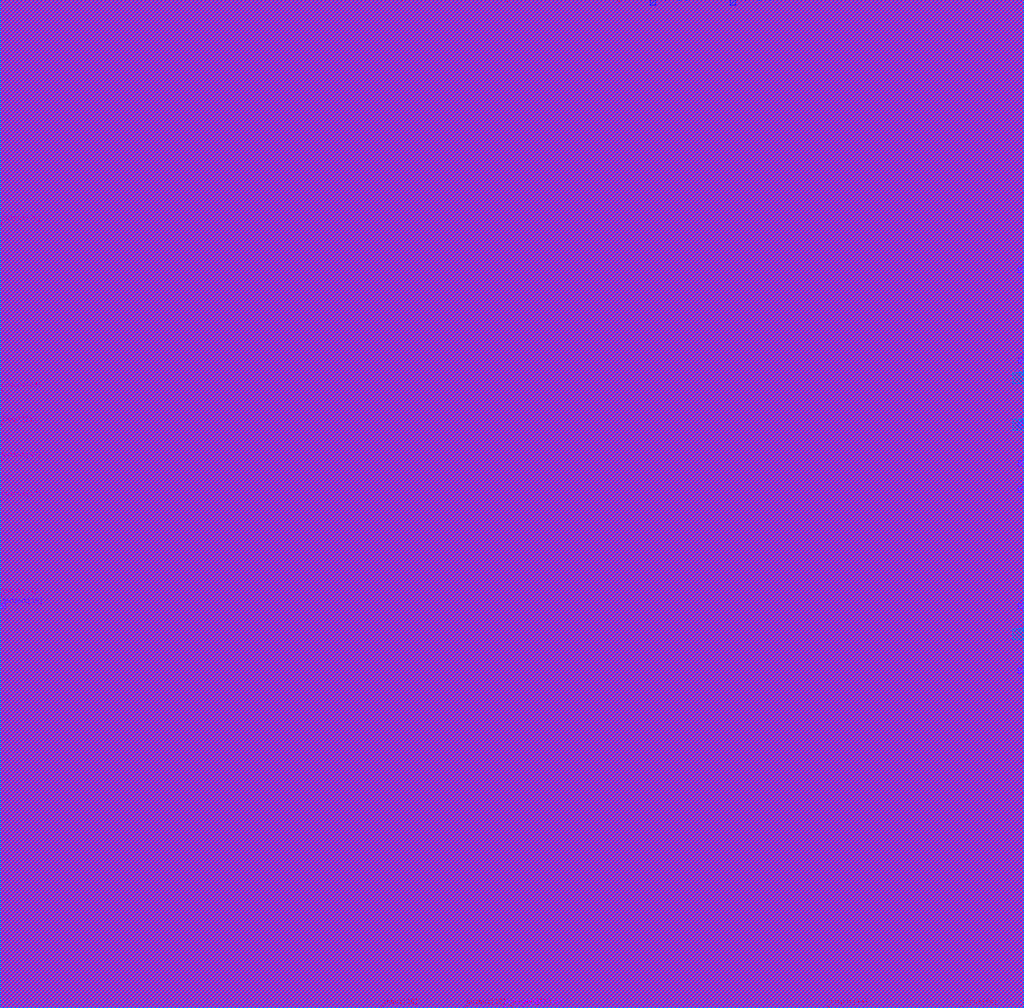
<source format=lef>
##
## LEF for PtnCells ;
## created by Innovus v17.12-s095_1 on Thu Apr 23 01:11:55 2020
##

VERSION 5.8 ;

BUSBITCHARS "[]" ;
DIVIDERCHAR "/" ;

MACRO Reg_width80
  CLASS BLOCK ;
  FOREIGN Reg_width80 0 0 ;
  ORIGIN 0.0000 0.0000 ;
  SIZE 75.2400 BY 74.1000 ;
  SYMMETRY X Y R90 ;
  PIN input[79]
    DIRECTION INPUT ;
    USE SIGNAL ;
    PORT
      LAYER metal3 ;
        RECT 0.0000 57.4400 0.0700 57.5100 ;
    END
  END input[79]
  PIN input[78]
    DIRECTION INPUT ;
    USE SIGNAL ;
    PORT
      LAYER metal3 ;
        RECT 0.0000 45.0900 0.0700 45.1600 ;
    END
  END input[78]
  PIN input[77]
    DIRECTION INPUT ;
    USE SIGNAL ;
    PORT
      LAYER metal2 ;
        RECT 23.4300 74.0300 23.5000 74.1000 ;
    END
  END input[77]
  PIN input[76]
    DIRECTION INPUT ;
    USE SIGNAL ;
    PORT
      LAYER metal3 ;
        RECT 0.0000 50.0300 0.0700 50.1000 ;
    END
  END input[76]
  PIN input[75]
    DIRECTION INPUT ;
    USE SIGNAL ;
    PORT
      LAYER metal3 ;
        RECT 75.1700 18.1100 75.2400 18.1800 ;
    END
  END input[75]
  PIN input[74]
    DIRECTION INPUT ;
    USE SIGNAL ;
    PORT
      LAYER metal2 ;
        RECT 70.5500 0.0000 70.6200 0.0700 ;
    END
  END input[74]
  PIN input[73]
    DIRECTION INPUT ;
    USE SIGNAL ;
    PORT
      LAYER metal3 ;
        RECT 75.1700 8.0400 75.2400 8.1100 ;
    END
  END input[73]
  PIN input[72]
    DIRECTION INPUT ;
    USE SIGNAL ;
    PORT
      LAYER metal3 ;
        RECT 75.1700 10.7000 75.2400 10.7700 ;
    END
  END input[72]
  PIN input[71]
    DIRECTION INPUT ;
    USE SIGNAL ;
    PORT
      LAYER metal3 ;
        RECT 75.1700 27.8000 75.2400 27.8700 ;
    END
  END input[71]
  PIN input[70]
    DIRECTION INPUT ;
    USE SIGNAL ;
    PORT
      LAYER metal3 ;
        RECT 75.1700 40.1500 75.2400 40.2200 ;
    END
  END input[70]
  PIN input[69]
    DIRECTION INPUT ;
    USE SIGNAL ;
    PORT
      LAYER metal3 ;
        RECT 75.1700 42.6200 75.2400 42.6900 ;
    END
  END input[69]
  PIN input[68]
    DIRECTION INPUT ;
    USE SIGNAL ;
    PORT
      LAYER metal3 ;
        RECT 75.1700 25.5200 75.2400 25.5900 ;
    END
  END input[68]
  PIN input[67]
    DIRECTION INPUT ;
    USE SIGNAL ;
    PORT
      LAYER metal3 ;
        RECT 75.1700 47.7500 75.2400 47.8200 ;
    END
  END input[67]
  PIN input[66]
    DIRECTION INPUT ;
    USE SIGNAL ;
    PORT
      LAYER metal2 ;
        RECT 70.5500 74.0300 70.6200 74.1000 ;
    END
  END input[66]
  PIN input[65]
    DIRECTION INPUT ;
    USE SIGNAL ;
    PORT
      LAYER metal2 ;
        RECT 63.3300 74.0300 63.4000 74.1000 ;
    END
  END input[65]
  PIN input[64]
    DIRECTION INPUT ;
    USE SIGNAL ;
    PORT
      LAYER metal2 ;
        RECT 51.1700 74.0300 51.2400 74.1000 ;
    END
  END input[64]
  PIN input[63]
    DIRECTION INPUT ;
    USE SIGNAL ;
    PORT
      LAYER metal2 ;
        RECT 47.7500 74.0300 47.8200 74.1000 ;
    END
  END input[63]
  PIN input[62]
    DIRECTION INPUT ;
    USE SIGNAL ;
    PORT
      LAYER metal2 ;
        RECT 52.3100 74.0300 52.3800 74.1000 ;
    END
  END input[62]
  PIN input[61]
    DIRECTION INPUT ;
    USE SIGNAL ;
    PORT
      LAYER metal2 ;
        RECT 33.6900 74.0300 33.7600 74.1000 ;
    END
  END input[61]
  PIN input[60]
    DIRECTION INPUT ;
    USE SIGNAL ;
    PORT
      LAYER metal2 ;
        RECT 25.3300 74.0300 25.4000 74.1000 ;
    END
  END input[60]
  PIN input[59]
    DIRECTION INPUT ;
    USE SIGNAL ;
    PORT
      LAYER metal3 ;
        RECT 0.0000 40.3400 0.0700 40.4100 ;
    END
  END input[59]
  PIN input[58]
    DIRECTION INPUT ;
    USE SIGNAL ;
    PORT
      LAYER metal3 ;
        RECT 0.0000 37.6800 0.0700 37.7500 ;
    END
  END input[58]
  PIN input[57]
    DIRECTION INPUT ;
    USE SIGNAL ;
    PORT
      LAYER metal3 ;
        RECT 0.0000 30.2700 0.0700 30.3400 ;
    END
  END input[57]
  PIN input[56]
    DIRECTION INPUT ;
    USE SIGNAL ;
    PORT
      LAYER metal2 ;
        RECT 53.8300 0.0000 53.9000 0.0700 ;
    END
  END input[56]
  PIN input[55]
    DIRECTION INPUT ;
    USE SIGNAL ;
    PORT
      LAYER metal2 ;
        RECT 61.0500 0.0000 61.1200 0.0700 ;
    END
  END input[55]
  PIN input[54]
    DIRECTION INPUT ;
    USE SIGNAL ;
    PORT
      LAYER metal4 ;
        RECT 70.5850 0.0000 70.7250 0.1400 ;
    END
  END input[54]
  PIN input[53]
    DIRECTION INPUT ;
    USE SIGNAL ;
    PORT
      LAYER metal2 ;
        RECT 50.4100 0.0000 50.4800 0.0700 ;
    END
  END input[53]
  PIN input[52]
    DIRECTION INPUT ;
    USE SIGNAL ;
    PORT
      LAYER metal3 ;
        RECT 75.1700 12.9800 75.2400 13.0500 ;
    END
  END input[52]
  PIN input[51]
    DIRECTION INPUT ;
    USE SIGNAL ;
    PORT
      LAYER metal2 ;
        RECT 37.8700 0.0000 37.9400 0.0700 ;
    END
  END input[51]
  PIN input[50]
    DIRECTION INPUT ;
    USE SIGNAL ;
    PORT
      LAYER metal2 ;
        RECT 50.7900 0.0000 50.8600 0.0700 ;
    END
  END input[50]
  PIN input[49]
    DIRECTION INPUT ;
    USE SIGNAL ;
    PORT
      LAYER metal2 ;
        RECT 43.1900 0.0000 43.2600 0.0700 ;
    END
  END input[49]
  PIN input[48]
    DIRECTION INPUT ;
    USE SIGNAL ;
    PORT
      LAYER metal3 ;
        RECT 75.1700 37.6800 75.2400 37.7500 ;
    END
  END input[48]
  PIN input[47]
    DIRECTION INPUT ;
    USE SIGNAL ;
    PORT
      LAYER metal2 ;
        RECT 45.4700 74.0300 45.5400 74.1000 ;
    END
  END input[47]
  PIN input[46]
    DIRECTION INPUT ;
    USE SIGNAL ;
    PORT
      LAYER metal2 ;
        RECT 62.5700 74.0300 62.6400 74.1000 ;
    END
  END input[46]
  PIN input[45]
    DIRECTION INPUT ;
    USE SIGNAL ;
    PORT
      LAYER metal2 ;
        RECT 54.2100 74.0300 54.2800 74.1000 ;
    END
  END input[45]
  PIN input[44]
    DIRECTION INPUT ;
    USE SIGNAL ;
    PORT
      LAYER metal2 ;
        RECT 56.8700 74.0300 56.9400 74.1000 ;
    END
  END input[44]
  PIN input[43]
    DIRECTION INPUT ;
    USE SIGNAL ;
    PORT
      LAYER metal2 ;
        RECT 43.5700 74.0300 43.6400 74.1000 ;
    END
  END input[43]
  PIN input[42]
    DIRECTION INPUT ;
    USE SIGNAL ;
    PORT
      LAYER metal2 ;
        RECT 28.7500 74.0300 28.8200 74.1000 ;
    END
  END input[42]
  PIN input[41]
    DIRECTION INPUT ;
    USE SIGNAL ;
    PORT
      LAYER metal2 ;
        RECT 32.1700 74.0300 32.2400 74.1000 ;
    END
  END input[41]
  PIN input[40]
    DIRECTION INPUT ;
    USE SIGNAL ;
    PORT
      LAYER metal3 ;
        RECT 0.0000 42.6200 0.0700 42.6900 ;
    END
  END input[40]
  PIN input[39]
    DIRECTION INPUT ;
    USE SIGNAL ;
    PORT
      LAYER metal2 ;
        RECT 34.0700 0.0000 34.1400 0.0700 ;
    END
  END input[39]
  PIN input[38]
    DIRECTION INPUT ;
    USE SIGNAL ;
    PORT
      LAYER metal2 ;
        RECT 30.2700 0.0000 30.3400 0.0700 ;
    END
  END input[38]
  PIN input[37]
    DIRECTION INPUT ;
    USE SIGNAL ;
    PORT
      LAYER metal2 ;
        RECT 27.9900 0.0000 28.0600 0.0700 ;
    END
  END input[37]
  PIN input[36]
    DIRECTION INPUT ;
    USE SIGNAL ;
    PORT
      LAYER metal2 ;
        RECT 42.4300 0.0000 42.5000 0.0700 ;
    END
  END input[36]
  PIN input[35]
    DIRECTION INPUT ;
    USE SIGNAL ;
    PORT
      LAYER metal2 ;
        RECT 45.0900 0.0000 45.1600 0.0700 ;
    END
  END input[35]
  PIN input[34]
    DIRECTION INPUT ;
    USE SIGNAL ;
    PORT
      LAYER metal2 ;
        RECT 58.7700 0.0000 58.8400 0.0700 ;
    END
  END input[34]
  PIN input[33]
    DIRECTION INPUT ;
    USE SIGNAL ;
    PORT
      LAYER metal2 ;
        RECT 53.4500 0.0000 53.5200 0.0700 ;
    END
  END input[33]
  PIN input[32]
    DIRECTION INPUT ;
    USE SIGNAL ;
    PORT
      LAYER metal2 ;
        RECT 41.6700 0.0000 41.7400 0.0700 ;
    END
  END input[32]
  PIN input[31]
    DIRECTION INPUT ;
    USE SIGNAL ;
    PORT
      LAYER metal3 ;
        RECT 75.1700 32.9300 75.2400 33.0000 ;
    END
  END input[31]
  PIN input[30]
    DIRECTION INPUT ;
    USE SIGNAL ;
    PORT
      LAYER metal3 ;
        RECT 75.1700 22.8600 75.2400 22.9300 ;
    END
  END input[30]
  PIN input[29]
    DIRECTION INPUT ;
    USE SIGNAL ;
    PORT
      LAYER metal3 ;
        RECT 75.1700 35.2100 75.2400 35.2800 ;
    END
  END input[29]
  PIN input[28]
    DIRECTION INPUT ;
    USE SIGNAL ;
    PORT
      LAYER metal3 ;
        RECT 75.1700 59.9100 75.2400 59.9800 ;
    END
  END input[28]
  PIN input[27]
    DIRECTION INPUT ;
    USE SIGNAL ;
    PORT
      LAYER metal5 ;
        RECT 75.1000 59.8750 75.2400 60.0150 ;
    END
  END input[27]
  PIN input[26]
    DIRECTION INPUT ;
    USE SIGNAL ;
    PORT
      LAYER metal5 ;
        RECT 75.1000 47.6200 75.2400 47.7600 ;
    END
  END input[26]
  PIN input[25]
    DIRECTION INPUT ;
    USE SIGNAL ;
    PORT
      LAYER metal3 ;
        RECT 75.1700 57.4400 75.2400 57.5100 ;
    END
  END input[25]
  PIN input[24]
    DIRECTION INPUT ;
    USE SIGNAL ;
    PORT
      LAYER metal4 ;
        RECT 54.0650 73.9600 54.2050 74.1000 ;
    END
  END input[24]
  PIN input[23]
    DIRECTION INPUT ;
    USE SIGNAL ;
    PORT
      LAYER metal2 ;
        RECT 52.6900 74.0300 52.7600 74.1000 ;
    END
  END input[23]
  PIN input[22]
    DIRECTION INPUT ;
    USE SIGNAL ;
    PORT
      LAYER metal4 ;
        RECT 45.3850 73.9600 45.5250 74.1000 ;
    END
  END input[22]
  PIN input[21]
    DIRECTION INPUT ;
    USE SIGNAL ;
    PORT
      LAYER metal5 ;
        RECT 0.0000 42.7750 0.1400 42.9150 ;
    END
  END input[21]
  PIN input[20]
    DIRECTION INPUT ;
    USE SIGNAL ;
    PORT
      LAYER metal2 ;
        RECT 35.9700 74.0300 36.0400 74.1000 ;
    END
  END input[20]
  PIN input[19]
    DIRECTION INPUT ;
    USE SIGNAL ;
    PORT
      LAYER metal2 ;
        RECT 32.1700 0.0000 32.2400 0.0700 ;
    END
  END input[19]
  PIN input[18]
    DIRECTION INPUT ;
    USE SIGNAL ;
    PORT
      LAYER metal5 ;
        RECT 0.0000 30.2350 0.1400 30.3750 ;
    END
  END input[18]
  PIN input[17]
    DIRECTION INPUT ;
    USE SIGNAL ;
    PORT
      LAYER metal3 ;
        RECT 0.0000 22.8600 0.0700 22.9300 ;
    END
  END input[17]
  PIN input[16]
    DIRECTION INPUT ;
    USE SIGNAL ;
    PORT
      LAYER metal4 ;
        RECT 28.0250 0.0000 28.1650 0.1400 ;
    END
  END input[16]
  PIN input[15]
    DIRECTION INPUT ;
    USE SIGNAL ;
    PORT
      LAYER metal3 ;
        RECT 0.0000 18.1100 0.0700 18.1800 ;
    END
  END input[15]
  PIN input[14]
    DIRECTION INPUT ;
    USE SIGNAL ;
    PORT
      LAYER metal2 ;
        RECT 63.7100 0.0000 63.7800 0.0700 ;
    END
  END input[14]
  PIN input[13]
    DIRECTION INPUT ;
    USE SIGNAL ;
    PORT
      LAYER metal2 ;
        RECT 49.2700 0.0000 49.3400 0.0700 ;
    END
  END input[13]
  PIN input[12]
    DIRECTION INPUT ;
    USE SIGNAL ;
    PORT
      LAYER metal5 ;
        RECT 75.1000 17.9800 75.2400 18.1200 ;
    END
  END input[12]
  PIN input[11]
    DIRECTION INPUT ;
    USE SIGNAL ;
    PORT
      LAYER metal3 ;
        RECT 75.1700 15.4500 75.2400 15.5200 ;
    END
  END input[11]
  PIN input[10]
    DIRECTION INPUT ;
    USE SIGNAL ;
    PORT
      LAYER metal5 ;
        RECT 75.1000 27.9550 75.2400 28.0950 ;
    END
  END input[10]
  PIN input[9]
    DIRECTION INPUT ;
    USE SIGNAL ;
    PORT
      LAYER metal5 ;
        RECT 75.1000 42.7750 75.2400 42.9150 ;
    END
  END input[9]
  PIN input[8]
    DIRECTION INPUT ;
    USE SIGNAL ;
    PORT
      LAYER metal7 ;
        RECT 74.8400 47.3950 75.2400 47.7950 ;
    END
  END input[8]
  PIN input[7]
    DIRECTION INPUT ;
    USE SIGNAL ;
    PORT
      LAYER metal5 ;
        RECT 75.1000 40.2100 75.2400 40.3500 ;
    END
  END input[7]
  PIN input[6]
    DIRECTION INPUT ;
    USE SIGNAL ;
    PORT
      LAYER metal2 ;
        RECT 59.1500 74.0300 59.2200 74.1000 ;
    END
  END input[6]
  PIN input[5]
    DIRECTION INPUT ;
    USE SIGNAL ;
    PORT
      LAYER metal3 ;
        RECT 75.1700 62.3800 75.2400 62.4500 ;
    END
  END input[5]
  PIN input[4]
    DIRECTION INPUT ;
    USE SIGNAL ;
    PORT
      LAYER metal2 ;
        RECT 64.8500 74.0300 64.9200 74.1000 ;
    END
  END input[4]
  PIN input[3]
    DIRECTION INPUT ;
    USE SIGNAL ;
    PORT
      LAYER metal2 ;
        RECT 40.1500 74.0300 40.2200 74.1000 ;
    END
  END input[3]
  PIN input[2]
    DIRECTION INPUT ;
    USE SIGNAL ;
    PORT
      LAYER metal2 ;
        RECT 45.8500 74.0300 45.9200 74.1000 ;
    END
  END input[2]
  PIN input[1]
    DIRECTION INPUT ;
    USE SIGNAL ;
    PORT
      LAYER metal7 ;
        RECT 74.8400 39.7950 75.2400 40.1950 ;
    END
  END input[1]
  PIN input[0]
    DIRECTION INPUT ;
    USE SIGNAL ;
    PORT
      LAYER metal2 ;
        RECT 35.9700 0.0000 36.0400 0.0700 ;
    END
  END input[0]
  PIN output[79]
    DIRECTION OUTPUT ;
    USE SIGNAL ;
    PORT
      LAYER metal3 ;
        RECT 0.0000 58.9600 0.0700 59.0300 ;
    END
  END output[79]
  PIN output[78]
    DIRECTION OUTPUT ;
    USE SIGNAL ;
    PORT
      LAYER metal3 ;
        RECT 0.0000 47.7500 0.0700 47.8200 ;
    END
  END output[78]
  PIN output[77]
    DIRECTION OUTPUT ;
    USE SIGNAL ;
    PORT
      LAYER metal2 ;
        RECT 17.5400 74.0300 17.6100 74.1000 ;
    END
  END output[77]
  PIN output[76]
    DIRECTION OUTPUT ;
    USE SIGNAL ;
    PORT
      LAYER metal5 ;
        RECT 0.0000 57.5950 0.1400 57.7350 ;
    END
  END output[76]
  PIN output[75]
    DIRECTION OUTPUT ;
    USE SIGNAL ;
    PORT
      LAYER metal3 ;
        RECT 75.1700 24.3800 75.2400 24.4500 ;
    END
  END output[75]
  PIN output[74]
    DIRECTION OUTPUT ;
    USE SIGNAL ;
    PORT
      LAYER metal4 ;
        RECT 60.7850 0.0000 60.9250 0.1400 ;
    END
  END output[74]
  PIN output[73]
    DIRECTION OUTPUT ;
    USE SIGNAL ;
    PORT
      LAYER metal3 ;
        RECT 75.1700 12.0300 75.2400 12.1000 ;
    END
  END output[73]
  PIN output[72]
    DIRECTION OUTPUT ;
    USE SIGNAL ;
    PORT
      LAYER metal3 ;
        RECT 75.1700 9.5600 75.2400 9.6300 ;
    END
  END output[72]
  PIN output[71]
    DIRECTION OUTPUT ;
    USE SIGNAL ;
    PORT
      LAYER metal5 ;
        RECT 75.1000 37.9300 75.2400 38.0700 ;
    END
  END output[71]
  PIN output[70]
    DIRECTION OUTPUT ;
    USE SIGNAL ;
    PORT
      LAYER metal7 ;
        RECT 74.8400 37.8950 75.2400 38.2950 ;
    END
  END output[70]
  PIN output[69]
    DIRECTION OUTPUT ;
    USE SIGNAL ;
    PORT
      LAYER metal3 ;
        RECT 0.0000 34.2600 0.0700 34.3300 ;
    END
  END output[69]
  PIN output[68]
    DIRECTION OUTPUT ;
    USE SIGNAL ;
    PORT
      LAYER metal3 ;
        RECT 75.1700 29.3200 75.2400 29.3900 ;
    END
  END output[68]
  PIN output[67]
    DIRECTION OUTPUT ;
    USE SIGNAL ;
    PORT
      LAYER metal3 ;
        RECT 75.1700 45.2800 75.2400 45.3500 ;
    END
  END output[67]
  PIN output[66]
    DIRECTION OUTPUT ;
    USE SIGNAL ;
    PORT
      LAYER metal2 ;
        RECT 58.0100 74.0300 58.0800 74.1000 ;
    END
  END output[66]
  PIN output[65]
    DIRECTION OUTPUT ;
    USE SIGNAL ;
    PORT
      LAYER metal8 ;
        RECT 53.6550 73.7000 54.0550 74.1000 ;
    END
  END output[65]
  PIN output[64]
    DIRECTION OUTPUT ;
    USE SIGNAL ;
    PORT
      LAYER metal2 ;
        RECT 37.8700 74.0300 37.9400 74.1000 ;
    END
  END output[64]
  PIN output[63]
    DIRECTION OUTPUT ;
    USE SIGNAL ;
    PORT
      LAYER metal2 ;
        RECT 26.4700 74.0300 26.5400 74.1000 ;
    END
  END output[63]
  PIN output[62]
    DIRECTION OUTPUT ;
    USE SIGNAL ;
    PORT
      LAYER metal4 ;
        RECT 47.9050 73.9600 48.0450 74.1000 ;
    END
  END output[62]
  PIN output[61]
    DIRECTION OUTPUT ;
    USE SIGNAL ;
    PORT
      LAYER metal2 ;
        RECT 29.7000 74.0300 29.7700 74.1000 ;
    END
  END output[61]
  PIN output[60]
    DIRECTION OUTPUT ;
    USE SIGNAL ;
    PORT
      LAYER metal4 ;
        RECT 29.4250 73.9600 29.5650 74.1000 ;
    END
  END output[60]
  PIN output[59]
    DIRECTION OUTPUT ;
    USE SIGNAL ;
    PORT
      LAYER metal5 ;
        RECT 0.0000 40.2100 0.1400 40.3500 ;
    END
  END output[59]
  PIN output[58]
    DIRECTION OUTPUT ;
    USE SIGNAL ;
    PORT
      LAYER metal3 ;
        RECT 0.0000 35.4000 0.0700 35.4700 ;
    END
  END output[58]
  PIN output[57]
    DIRECTION OUTPUT ;
    USE SIGNAL ;
    PORT
      LAYER metal2 ;
        RECT 27.2300 0.0000 27.3000 0.0700 ;
    END
  END output[57]
  PIN output[56]
    DIRECTION OUTPUT ;
    USE SIGNAL ;
    PORT
      LAYER metal2 ;
        RECT 33.3100 0.0000 33.3800 0.0700 ;
    END
  END output[56]
  PIN output[55]
    DIRECTION OUTPUT ;
    USE SIGNAL ;
    PORT
      LAYER metal2 ;
        RECT 64.4700 0.0000 64.5400 0.0700 ;
    END
  END output[55]
  PIN output[54]
    DIRECTION OUTPUT ;
    USE SIGNAL ;
    PORT
      LAYER metal2 ;
        RECT 55.7300 0.0000 55.8000 0.0700 ;
    END
  END output[54]
  PIN output[53]
    DIRECTION OUTPUT ;
    USE SIGNAL ;
    PORT
      LAYER metal2 ;
        RECT 51.7400 0.0000 51.8100 0.0700 ;
    END
  END output[53]
  PIN output[52]
    DIRECTION OUTPUT ;
    USE SIGNAL ;
    PORT
      LAYER metal3 ;
        RECT 75.1700 14.5000 75.2400 14.5700 ;
    END
  END output[52]
  PIN output[51]
    DIRECTION OUTPUT ;
    USE SIGNAL ;
    PORT
      LAYER metal2 ;
        RECT 48.3200 0.0000 48.3900 0.0700 ;
    END
  END output[51]
  PIN output[50]
    DIRECTION OUTPUT ;
    USE SIGNAL ;
    PORT
      LAYER metal3 ;
        RECT 75.1700 26.8500 75.2400 26.9200 ;
    END
  END output[50]
  PIN output[49]
    DIRECTION OUTPUT ;
    USE SIGNAL ;
    PORT
      LAYER metal9 ;
        RECT 74.4400 27.0550 75.2400 27.8550 ;
    END
  END output[49]
  PIN output[48]
    DIRECTION OUTPUT ;
    USE SIGNAL ;
    PORT
      LAYER metal6 ;
        RECT 38.3850 0.0000 38.5250 0.1400 ;
    END
  END output[48]
  PIN output[47]
    DIRECTION OUTPUT ;
    USE SIGNAL ;
    PORT
      LAYER metal2 ;
        RECT 58.3900 74.0300 58.4600 74.1000 ;
    END
  END output[47]
  PIN output[46]
    DIRECTION OUTPUT ;
    USE SIGNAL ;
    PORT
      LAYER metal2 ;
        RECT 66.5600 74.0300 66.6300 74.1000 ;
    END
  END output[46]
  PIN output[45]
    DIRECTION OUTPUT ;
    USE SIGNAL ;
    PORT
      LAYER metal3 ;
        RECT 75.1700 54.0200 75.2400 54.0900 ;
    END
  END output[45]
  PIN output[44]
    DIRECTION OUTPUT ;
    USE SIGNAL ;
    PORT
      LAYER metal3 ;
        RECT 75.1700 56.4900 75.2400 56.5600 ;
    END
  END output[44]
  PIN output[43]
    DIRECTION OUTPUT ;
    USE SIGNAL ;
    PORT
      LAYER metal5 ;
        RECT 0.0000 45.3400 0.1400 45.4800 ;
    END
  END output[43]
  PIN output[42]
    DIRECTION OUTPUT ;
    USE SIGNAL ;
    PORT
      LAYER metal2 ;
        RECT 27.0400 74.0300 27.1100 74.1000 ;
    END
  END output[42]
  PIN output[41]
    DIRECTION OUTPUT ;
    USE SIGNAL ;
    PORT
      LAYER metal2 ;
        RECT 42.2400 74.0300 42.3100 74.1000 ;
    END
  END output[41]
  PIN output[40]
    DIRECTION OUTPUT ;
    USE SIGNAL ;
    PORT
      LAYER metal2 ;
        RECT 27.9900 74.0300 28.0600 74.1000 ;
    END
  END output[40]
  PIN output[39]
    DIRECTION OUTPUT ;
    USE SIGNAL ;
    PORT
      LAYER metal2 ;
        RECT 37.1100 0.0000 37.1800 0.0700 ;
    END
  END output[39]
  PIN output[38]
    DIRECTION OUTPUT ;
    USE SIGNAL ;
    PORT
      LAYER metal2 ;
        RECT 18.6800 0.0000 18.7500 0.0700 ;
    END
  END output[38]
  PIN output[37]
    DIRECTION OUTPUT ;
    USE SIGNAL ;
    PORT
      LAYER metal2 ;
        RECT 16.5900 0.0000 16.6600 0.0700 ;
    END
  END output[37]
  PIN output[36]
    DIRECTION OUTPUT ;
    USE SIGNAL ;
    PORT
      LAYER metal2 ;
        RECT 20.7700 0.0000 20.8400 0.0700 ;
    END
  END output[36]
  PIN output[35]
    DIRECTION OUTPUT ;
    USE SIGNAL ;
    PORT
      LAYER metal6 ;
        RECT 36.9850 0.0000 37.1250 0.1400 ;
    END
  END output[35]
  PIN output[34]
    DIRECTION OUTPUT ;
    USE SIGNAL ;
    PORT
      LAYER metal2 ;
        RECT 30.6500 0.0000 30.7200 0.0700 ;
    END
  END output[34]
  PIN output[33]
    DIRECTION OUTPUT ;
    USE SIGNAL ;
    PORT
      LAYER metal2 ;
        RECT 51.3600 0.0000 51.4300 0.0700 ;
    END
  END output[33]
  PIN output[32]
    DIRECTION OUTPUT ;
    USE SIGNAL ;
    PORT
      LAYER metal4 ;
        RECT 37.5450 0.0000 37.6850 0.1400 ;
    END
  END output[32]
  PIN output[31]
    DIRECTION OUTPUT ;
    USE SIGNAL ;
    PORT
      LAYER metal5 ;
        RECT 75.1000 29.0950 75.2400 29.2350 ;
    END
  END output[31]
  PIN output[30]
    DIRECTION OUTPUT ;
    USE SIGNAL ;
    PORT
      LAYER metal7 ;
        RECT 74.8400 24.5950 75.2400 24.9950 ;
    END
  END output[30]
  PIN output[29]
    DIRECTION OUTPUT ;
    USE SIGNAL ;
    PORT
      LAYER metal3 ;
        RECT 75.1700 36.7300 75.2400 36.8000 ;
    END
  END output[29]
  PIN output[28]
    DIRECTION OUTPUT ;
    USE SIGNAL ;
    PORT
      LAYER metal3 ;
        RECT 75.1700 41.6700 75.2400 41.7400 ;
    END
  END output[28]
  PIN output[27]
    DIRECTION OUTPUT ;
    USE SIGNAL ;
    PORT
      LAYER metal3 ;
        RECT 75.1700 50.2200 75.2400 50.2900 ;
    END
  END output[27]
  PIN output[26]
    DIRECTION OUTPUT ;
    USE SIGNAL ;
    PORT
      LAYER metal3 ;
        RECT 75.1700 44.1400 75.2400 44.2100 ;
    END
  END output[26]
  PIN output[25]
    DIRECTION OUTPUT ;
    USE SIGNAL ;
    PORT
      LAYER metal5 ;
        RECT 75.1000 57.5950 75.2400 57.7350 ;
    END
  END output[25]
  PIN output[24]
    DIRECTION OUTPUT ;
    USE SIGNAL ;
    PORT
      LAYER metal7 ;
        RECT 74.8400 54.0450 75.2400 54.4450 ;
    END
  END output[24]
  PIN output[23]
    DIRECTION OUTPUT ;
    USE SIGNAL ;
    PORT
      LAYER metal2 ;
        RECT 57.4400 74.0300 57.5100 74.1000 ;
    END
  END output[23]
  PIN output[22]
    DIRECTION OUTPUT ;
    USE SIGNAL ;
    PORT
      LAYER metal2 ;
        RECT 41.2900 74.0300 41.3600 74.1000 ;
    END
  END output[22]
  PIN output[21]
    DIRECTION OUTPUT ;
    USE SIGNAL ;
    PORT
      LAYER metal2 ;
        RECT 44.7100 74.0300 44.7800 74.1000 ;
    END
  END output[21]
  PIN output[20]
    DIRECTION OUTPUT ;
    USE SIGNAL ;
    PORT
      LAYER metal3 ;
        RECT 75.1700 46.6100 75.2400 46.6800 ;
    END
  END output[20]
  PIN output[19]
    DIRECTION OUTPUT ;
    USE SIGNAL ;
    PORT
      LAYER metal4 ;
        RECT 34.1850 0.0000 34.3250 0.1400 ;
    END
  END output[19]
  PIN output[18]
    DIRECTION OUTPUT ;
    USE SIGNAL ;
    PORT
      LAYER metal3 ;
        RECT 0.0000 39.3900 0.0700 39.4600 ;
    END
  END output[18]
  PIN output[17]
    DIRECTION OUTPUT ;
    USE SIGNAL ;
    PORT
      LAYER metal5 ;
        RECT 0.0000 37.3600 0.1400 37.5000 ;
    END
  END output[17]
  PIN output[16]
    DIRECTION OUTPUT ;
    USE SIGNAL ;
    PORT
      LAYER metal7 ;
        RECT 0.0000 29.3450 0.4000 29.7450 ;
    END
  END output[16]
  PIN output[15]
    DIRECTION OUTPUT ;
    USE SIGNAL ;
    PORT
      LAYER metal3 ;
        RECT 0.0000 39.0100 0.0700 39.0800 ;
    END
  END output[15]
  PIN output[14]
    DIRECTION OUTPUT ;
    USE SIGNAL ;
    PORT
      LAYER metal2 ;
        RECT 64.0900 0.0000 64.1600 0.0700 ;
    END
  END output[14]
  PIN output[13]
    DIRECTION OUTPUT ;
    USE SIGNAL ;
    PORT
      LAYER metal2 ;
        RECT 48.7000 0.0000 48.7700 0.0700 ;
    END
  END output[13]
  PIN output[12]
    DIRECTION OUTPUT ;
    USE SIGNAL ;
    PORT
      LAYER metal3 ;
        RECT 75.1700 14.1200 75.2400 14.1900 ;
    END
  END output[12]
  PIN output[11]
    DIRECTION OUTPUT ;
    USE SIGNAL ;
    PORT
      LAYER metal5 ;
        RECT 75.1000 15.7000 75.2400 15.8400 ;
    END
  END output[11]
  PIN output[10]
    DIRECTION OUTPUT ;
    USE SIGNAL ;
    PORT
      LAYER metal7 ;
        RECT 74.8400 29.3450 75.2400 29.7450 ;
    END
  END output[10]
  PIN output[9]
    DIRECTION OUTPUT ;
    USE SIGNAL ;
    PORT
      LAYER metal7 ;
        RECT 74.8400 42.6450 75.2400 43.0450 ;
    END
  END output[9]
  PIN output[8]
    DIRECTION OUTPUT ;
    USE SIGNAL ;
    PORT
      LAYER metal9 ;
        RECT 74.4400 45.8650 75.2400 46.6650 ;
    END
  END output[8]
  PIN output[7]
    DIRECTION OUTPUT ;
    USE SIGNAL ;
    PORT
      LAYER metal5 ;
        RECT 75.1000 38.7850 75.2400 38.9250 ;
    END
  END output[7]
  PIN output[6]
    DIRECTION OUTPUT ;
    USE SIGNAL ;
    PORT
      LAYER metal2 ;
        RECT 65.6100 74.0300 65.6800 74.1000 ;
    END
  END output[6]
  PIN output[5]
    DIRECTION OUTPUT ;
    USE SIGNAL ;
    PORT
      LAYER metal3 ;
        RECT 75.1700 63.9000 75.2400 63.9700 ;
    END
  END output[5]
  PIN output[4]
    DIRECTION OUTPUT ;
    USE SIGNAL ;
    PORT
      LAYER metal2 ;
        RECT 67.5100 74.0300 67.5800 74.1000 ;
    END
  END output[4]
  PIN output[3]
    DIRECTION OUTPUT ;
    USE SIGNAL ;
    PORT
      LAYER metal4 ;
        RECT 37.2650 73.9600 37.4050 74.1000 ;
    END
  END output[3]
  PIN output[2]
    DIRECTION OUTPUT ;
    USE SIGNAL ;
    PORT
      LAYER metal8 ;
        RECT 47.7750 73.7000 48.1750 74.1000 ;
    END
  END output[2]
  PIN output[1]
    DIRECTION OUTPUT ;
    USE SIGNAL ;
    PORT
      LAYER metal9 ;
        RECT 74.4400 42.4450 75.2400 43.2450 ;
    END
  END output[1]
  PIN output[0]
    DIRECTION OUTPUT ;
    USE SIGNAL ;
    PORT
      LAYER metal3 ;
        RECT 0.0000 36.3500 0.0700 36.4200 ;
    END
  END output[0]
  PIN enable
    DIRECTION INPUT ;
    USE SIGNAL ;
    PORT
      LAYER metal3 ;
        RECT 0.0000 24.9500 0.0700 25.0200 ;
    END
  END enable
  PIN clk
    DIRECTION INPUT ;
    USE SIGNAL ;
    PORT
      LAYER metal3 ;
        RECT 75.1700 38.8200 75.2400 38.8900 ;
    END
  END clk
  PIN reset
    DIRECTION INPUT ;
    USE SIGNAL ;
    PORT
      LAYER metal3 ;
        RECT 0.0000 18.8700 0.0700 18.9400 ;
    END
  END reset
  OBS
    LAYER metal10 ;
      RECT 0.0000 0.0000 75.2400 74.1000 ;
    LAYER metal9 ;
      RECT 0.0000 0.0000 75.2400 74.1000 ;
    LAYER metal8 ;
      RECT 0.0000 0.0000 75.2400 74.1000 ;
    LAYER metal7 ;
      RECT 0.0000 0.0000 75.2400 74.1000 ;
    LAYER metal6 ;
      RECT 0.0000 0.0000 75.2400 74.1000 ;
    LAYER metal5 ;
      RECT 0.0000 0.0000 75.2400 74.1000 ;
    LAYER metal4 ;
      RECT 0.0000 0.0000 75.2400 74.1000 ;
    LAYER metal3 ;
      RECT 0.0000 0.0000 75.2400 74.1000 ;
    LAYER metal2 ;
      RECT 0.0000 0.0000 75.2400 74.1000 ;
    LAYER metal1 ;
      RECT 0.0000 0.0000 75.2400 74.1000 ;
  END
END Reg_width80

END LIBRARY

</source>
